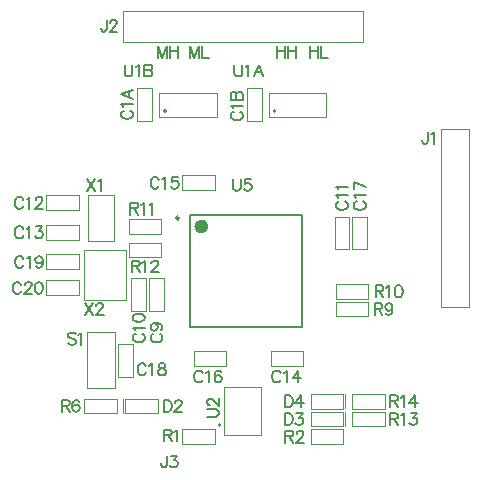
<source format=gto>
G04*
G04 #@! TF.GenerationSoftware,Altium Limited,Altium Designer,22.9.1 (49)*
G04*
G04 Layer_Color=65535*
%FSLAX44Y44*%
%MOMM*%
G71*
G04*
G04 #@! TF.SameCoordinates,024F3706-CBB7-462D-A25A-2E94323683B0*
G04*
G04*
G04 #@! TF.FilePolarity,Positive*
G04*
G01*
G75*
%ADD10C,0.2500*%
%ADD11C,0.6000*%
%ADD12C,0.2000*%
%ADD13C,0.1000*%
G54D10*
X151250Y277000D02*
G03*
X151250Y277000I-1250J0D01*
G01*
G54D11*
X173000Y270000D02*
G03*
X173000Y270000I-3000J0D01*
G01*
G54D12*
X232800Y367750D02*
G03*
X232800Y367750I-1000J0D01*
G01*
X140100D02*
G03*
X140100Y367750I-1000J0D01*
G01*
X186500Y102000D02*
G03*
X186500Y102000I-1000J0D01*
G01*
X160000Y185000D02*
Y280000D01*
X255000Y185000D02*
Y280000D01*
X160000D02*
X255000D01*
X160000Y185000D02*
X255000D01*
X262000Y422998D02*
Y413000D01*
X268665Y422998D02*
Y413000D01*
X262000Y418237D02*
X268665D01*
X271427Y422998D02*
Y413000D01*
X277140D01*
X234000Y422998D02*
Y413000D01*
X240665Y422998D02*
Y413000D01*
X234000Y418237D02*
X240665D01*
X243426Y422998D02*
Y413000D01*
X250092Y422998D02*
Y413000D01*
X243426Y418237D02*
X250092D01*
X160000Y422998D02*
Y413000D01*
Y422998D02*
X163809Y413000D01*
X167617Y422998D02*
X163809Y413000D01*
X167617Y422998D02*
Y413000D01*
X170474Y422998D02*
Y413000D01*
X176187D01*
X133000Y422998D02*
Y413000D01*
Y422998D02*
X136809Y413000D01*
X140617Y422998D02*
X136809Y413000D01*
X140617Y422998D02*
Y413000D01*
X143474Y422998D02*
Y413000D01*
X150139Y422998D02*
Y413000D01*
X143474Y418237D02*
X150139D01*
X140762Y75999D02*
Y68382D01*
X140286Y66953D01*
X139810Y66477D01*
X138858Y66001D01*
X137906D01*
X136954Y66477D01*
X136478Y66953D01*
X136002Y68382D01*
Y69334D01*
X144285Y75999D02*
X149522D01*
X146666Y72190D01*
X148094D01*
X149046Y71714D01*
X149522Y71238D01*
X149999Y69810D01*
Y68858D01*
X149522Y67429D01*
X148570Y66477D01*
X147142Y66001D01*
X145714D01*
X144285Y66477D01*
X143809Y66953D01*
X143333Y67906D01*
X89762Y444999D02*
Y437382D01*
X89286Y435953D01*
X88810Y435477D01*
X87858Y435001D01*
X86906D01*
X85954Y435477D01*
X85478Y435953D01*
X85001Y437382D01*
Y438334D01*
X92809Y442618D02*
Y443095D01*
X93285Y444047D01*
X93762Y444523D01*
X94714Y444999D01*
X96618D01*
X97570Y444523D01*
X98046Y444047D01*
X98522Y443095D01*
Y442142D01*
X98046Y441190D01*
X97094Y439762D01*
X92333Y435001D01*
X98998D01*
X111000Y240999D02*
Y231001D01*
Y240999D02*
X115285D01*
X116713Y240523D01*
X117189Y240047D01*
X117665Y239095D01*
Y238142D01*
X117189Y237190D01*
X116713Y236714D01*
X115285Y236238D01*
X111000D01*
X114333D02*
X117665Y231001D01*
X119903Y239095D02*
X120855Y239571D01*
X122283Y240999D01*
Y231001D01*
X127711Y238619D02*
Y239095D01*
X128187Y240047D01*
X128663Y240523D01*
X129615Y240999D01*
X131519D01*
X132472Y240523D01*
X132948Y240047D01*
X133424Y239095D01*
Y238142D01*
X132948Y237190D01*
X131995Y235762D01*
X127235Y231001D01*
X133900D01*
X110000Y289999D02*
Y280001D01*
Y289999D02*
X114285D01*
X115713Y289523D01*
X116189Y289047D01*
X116665Y288095D01*
Y287142D01*
X116189Y286190D01*
X115713Y285714D01*
X114285Y285238D01*
X110000D01*
X113333D02*
X116665Y280001D01*
X118903Y288095D02*
X119855Y288571D01*
X121283Y289999D01*
Y280001D01*
X126235Y288095D02*
X127187Y288571D01*
X128615Y289999D01*
Y280001D01*
X71669Y204999D02*
X78335Y195001D01*
Y204999D02*
X71669Y195001D01*
X81048Y202619D02*
Y203095D01*
X81524Y204047D01*
X82001Y204523D01*
X82953Y204999D01*
X84857D01*
X85809Y204523D01*
X86285Y204047D01*
X86761Y203095D01*
Y202142D01*
X86285Y201190D01*
X85333Y199762D01*
X80572Y195001D01*
X87237D01*
X73335Y309999D02*
X80001Y300001D01*
Y309999D02*
X73335Y300001D01*
X82238Y308095D02*
X83190Y308571D01*
X84619Y309999D01*
Y300001D01*
X196669Y309999D02*
Y302858D01*
X197146Y301429D01*
X198098Y300477D01*
X199526Y300001D01*
X200478D01*
X201906Y300477D01*
X202859Y301429D01*
X203335Y302858D01*
Y309999D01*
X211809D02*
X207048D01*
X206572Y305714D01*
X207048Y306190D01*
X208476Y306666D01*
X209905D01*
X211333Y306190D01*
X212285Y305238D01*
X212761Y303810D01*
Y302858D01*
X212285Y301429D01*
X211333Y300477D01*
X209905Y300001D01*
X208476D01*
X207048Y300477D01*
X206572Y300953D01*
X206096Y301905D01*
X175001Y108669D02*
X182142D01*
X183571Y109145D01*
X184523Y110098D01*
X184999Y111526D01*
Y112478D01*
X184523Y113906D01*
X183571Y114859D01*
X182142Y115335D01*
X175001D01*
X177381Y118572D02*
X176905D01*
X175953Y119048D01*
X175477Y119524D01*
X175001Y120476D01*
Y122381D01*
X175477Y123333D01*
X175953Y123809D01*
X176905Y124285D01*
X177858D01*
X178810Y123809D01*
X180238Y122857D01*
X184999Y118096D01*
Y124761D01*
X105000Y406999D02*
Y399858D01*
X105476Y398429D01*
X106428Y397477D01*
X107857Y397001D01*
X108809D01*
X110237Y397477D01*
X111189Y398429D01*
X111665Y399858D01*
Y406999D01*
X114426Y405095D02*
X115379Y405571D01*
X116807Y406999D01*
Y397001D01*
X121758Y406999D02*
Y397001D01*
Y406999D02*
X126043D01*
X127471Y406523D01*
X127947Y406047D01*
X128424Y405095D01*
Y404142D01*
X127947Y403190D01*
X127471Y402714D01*
X126043Y402238D01*
X121758D02*
X126043D01*
X127471Y401762D01*
X127947Y401286D01*
X128424Y400334D01*
Y398905D01*
X127947Y397953D01*
X127471Y397477D01*
X126043Y397001D01*
X121758D01*
X198000Y406999D02*
Y399858D01*
X198476Y398429D01*
X199428Y397477D01*
X200856Y397001D01*
X201809D01*
X203237Y397477D01*
X204189Y398429D01*
X204665Y399858D01*
Y406999D01*
X207426Y405095D02*
X208379Y405571D01*
X209807Y406999D01*
Y397001D01*
X222376D02*
X218567Y406999D01*
X214758Y397001D01*
X216187Y400334D02*
X220947D01*
X63665Y178571D02*
X62713Y179523D01*
X61285Y179999D01*
X59380D01*
X57952Y179523D01*
X57000Y178571D01*
Y177619D01*
X57476Y176666D01*
X57952Y176190D01*
X58904Y175714D01*
X61761Y174762D01*
X62713Y174286D01*
X63189Y173810D01*
X63665Y172858D01*
Y171429D01*
X62713Y170477D01*
X61285Y170001D01*
X59380D01*
X57952Y170477D01*
X57000Y171429D01*
X65903Y178095D02*
X66855Y178571D01*
X68283Y179999D01*
Y170001D01*
X330000Y126999D02*
Y117001D01*
Y126999D02*
X334285D01*
X335713Y126523D01*
X336189Y126047D01*
X336665Y125095D01*
Y124142D01*
X336189Y123190D01*
X335713Y122714D01*
X334285Y122238D01*
X330000D01*
X333333D02*
X336665Y117001D01*
X338903Y125095D02*
X339855Y125571D01*
X341283Y126999D01*
Y117001D01*
X350995Y126999D02*
X346235Y120334D01*
X353376D01*
X350995Y126999D02*
Y117001D01*
X330000Y111999D02*
Y102001D01*
Y111999D02*
X334285D01*
X335713Y111523D01*
X336189Y111047D01*
X336665Y110095D01*
Y109142D01*
X336189Y108190D01*
X335713Y107714D01*
X334285Y107238D01*
X330000D01*
X333333D02*
X336665Y102001D01*
X338903Y110095D02*
X339855Y110571D01*
X341283Y111999D01*
Y102001D01*
X347187Y111999D02*
X352424D01*
X349567Y108190D01*
X350995D01*
X351948Y107714D01*
X352424Y107238D01*
X352900Y105810D01*
Y104858D01*
X352424Y103429D01*
X351472Y102477D01*
X350043Y102001D01*
X348615D01*
X347187Y102477D01*
X346711Y102953D01*
X346235Y103905D01*
X317504Y219999D02*
Y210001D01*
Y219999D02*
X321789D01*
X323217Y219523D01*
X323693Y219047D01*
X324169Y218095D01*
Y217142D01*
X323693Y216190D01*
X323217Y215714D01*
X321789Y215238D01*
X317504D01*
X320837D02*
X324169Y210001D01*
X326407Y218095D02*
X327359Y218571D01*
X328787Y219999D01*
Y210001D01*
X336595Y219999D02*
X335167Y219523D01*
X334215Y218095D01*
X333739Y215714D01*
Y214286D01*
X334215Y211905D01*
X335167Y210477D01*
X336595Y210001D01*
X337547D01*
X338976Y210477D01*
X339928Y211905D01*
X340404Y214286D01*
Y215714D01*
X339928Y218095D01*
X338976Y219523D01*
X337547Y219999D01*
X336595D01*
X316669Y204999D02*
Y195001D01*
Y204999D02*
X320954D01*
X322382Y204523D01*
X322859Y204047D01*
X323335Y203095D01*
Y202142D01*
X322859Y201190D01*
X322382Y200714D01*
X320954Y200238D01*
X316669D01*
X320002D02*
X323335Y195001D01*
X331761Y201666D02*
X331285Y200238D01*
X330333Y199286D01*
X328905Y198810D01*
X328429D01*
X327001Y199286D01*
X326048Y200238D01*
X325572Y201666D01*
Y202142D01*
X326048Y203571D01*
X327001Y204523D01*
X328429Y204999D01*
X328905D01*
X330333Y204523D01*
X331285Y203571D01*
X331761Y201666D01*
Y199286D01*
X331285Y196905D01*
X330333Y195477D01*
X328905Y195001D01*
X327953D01*
X326524Y195477D01*
X326048Y196429D01*
X52000Y122999D02*
Y113001D01*
Y122999D02*
X56285D01*
X57713Y122523D01*
X58189Y122047D01*
X58665Y121095D01*
Y120142D01*
X58189Y119190D01*
X57713Y118714D01*
X56285Y118238D01*
X52000D01*
X55333D02*
X58665Y113001D01*
X66616Y121571D02*
X66140Y122523D01*
X64712Y122999D01*
X63759D01*
X62331Y122523D01*
X61379Y121095D01*
X60903Y118714D01*
Y116334D01*
X61379Y114429D01*
X62331Y113477D01*
X63759Y113001D01*
X64236D01*
X65664Y113477D01*
X66616Y114429D01*
X67092Y115858D01*
Y116334D01*
X66616Y117762D01*
X65664Y118714D01*
X64236Y119190D01*
X63759D01*
X62331Y118714D01*
X61379Y117762D01*
X60903Y116334D01*
X241216Y96999D02*
Y87001D01*
Y96999D02*
X245501D01*
X246929Y96523D01*
X247405Y96047D01*
X247881Y95095D01*
Y94142D01*
X247405Y93190D01*
X246929Y92714D01*
X245501Y92238D01*
X241216D01*
X244549D02*
X247881Y87001D01*
X250595Y94619D02*
Y95095D01*
X251071Y96047D01*
X251547Y96523D01*
X252499Y96999D01*
X254404D01*
X255356Y96523D01*
X255832Y96047D01*
X256308Y95095D01*
Y94142D01*
X255832Y93190D01*
X254880Y91762D01*
X250119Y87001D01*
X256784D01*
X138358Y97999D02*
Y88001D01*
Y97999D02*
X142643D01*
X144071Y97523D01*
X144548Y97047D01*
X145024Y96095D01*
Y95142D01*
X144548Y94190D01*
X144071Y93714D01*
X142643Y93238D01*
X138358D01*
X141691D02*
X145024Y88001D01*
X147261Y96095D02*
X148213Y96571D01*
X149642Y97999D01*
Y88001D01*
X361761Y349999D02*
Y342382D01*
X361285Y340953D01*
X360809Y340477D01*
X359856Y340001D01*
X358904D01*
X357952Y340477D01*
X357476Y340953D01*
X357000Y342382D01*
Y343334D01*
X364332Y348095D02*
X365284Y348571D01*
X366712Y349999D01*
Y340001D01*
X240669Y126999D02*
Y117001D01*
Y126999D02*
X244002D01*
X245430Y126523D01*
X246382Y125571D01*
X246859Y124619D01*
X247335Y123190D01*
Y120810D01*
X246859Y119382D01*
X246382Y118429D01*
X245430Y117477D01*
X244002Y117001D01*
X240669D01*
X254333Y126999D02*
X249572Y120334D01*
X256714D01*
X254333Y126999D02*
Y117001D01*
X240669Y111999D02*
Y102001D01*
Y111999D02*
X244002D01*
X245430Y111523D01*
X246382Y110571D01*
X246859Y109619D01*
X247335Y108190D01*
Y105810D01*
X246859Y104382D01*
X246382Y103429D01*
X245430Y102477D01*
X244002Y102001D01*
X240669D01*
X250524Y111999D02*
X255761D01*
X252905Y108190D01*
X254333D01*
X255285Y107714D01*
X255761Y107238D01*
X256237Y105810D01*
Y104858D01*
X255761Y103429D01*
X254809Y102477D01*
X253381Y102001D01*
X251953D01*
X250524Y102477D01*
X250048Y102953D01*
X249572Y103905D01*
X138216Y122999D02*
Y113001D01*
Y122999D02*
X141549D01*
X142977Y122523D01*
X143929Y121571D01*
X144405Y120618D01*
X144881Y119190D01*
Y116810D01*
X144405Y115381D01*
X143929Y114429D01*
X142977Y113477D01*
X141549Y113001D01*
X138216D01*
X147595Y120618D02*
Y121095D01*
X148071Y122047D01*
X148547Y122523D01*
X149499Y122999D01*
X151404D01*
X152356Y122523D01*
X152832Y122047D01*
X153308Y121095D01*
Y120142D01*
X152832Y119190D01*
X151880Y117762D01*
X147119Y113001D01*
X153784D01*
X17382Y220618D02*
X16906Y221571D01*
X15954Y222523D01*
X15002Y222999D01*
X13097D01*
X12145Y222523D01*
X11193Y221571D01*
X10717Y220618D01*
X10241Y219190D01*
Y216810D01*
X10717Y215382D01*
X11193Y214429D01*
X12145Y213477D01*
X13097Y213001D01*
X15002D01*
X15954Y213477D01*
X16906Y214429D01*
X17382Y215382D01*
X20667Y220618D02*
Y221095D01*
X21143Y222047D01*
X21619Y222523D01*
X22571Y222999D01*
X24476D01*
X25428Y222523D01*
X25904Y222047D01*
X26380Y221095D01*
Y220142D01*
X25904Y219190D01*
X24952Y217762D01*
X20191Y213001D01*
X26856D01*
X31951Y222999D02*
X30522Y222523D01*
X29570Y221095D01*
X29094Y218714D01*
Y217286D01*
X29570Y214905D01*
X30522Y213477D01*
X31951Y213001D01*
X32903D01*
X34331Y213477D01*
X35283Y214905D01*
X35759Y217286D01*
Y218714D01*
X35283Y221095D01*
X34331Y222523D01*
X32903Y222999D01*
X31951D01*
X19406Y242619D02*
X18930Y243571D01*
X17977Y244523D01*
X17025Y244999D01*
X15121D01*
X14169Y244523D01*
X13217Y243571D01*
X12740Y242619D01*
X12264Y241190D01*
Y238810D01*
X12740Y237381D01*
X13217Y236429D01*
X14169Y235477D01*
X15121Y235001D01*
X17025D01*
X17977Y235477D01*
X18930Y236429D01*
X19406Y237381D01*
X22215Y243095D02*
X23167Y243571D01*
X24595Y244999D01*
Y235001D01*
X35736Y241666D02*
X35259Y240238D01*
X34307Y239286D01*
X32879Y238810D01*
X32403D01*
X30975Y239286D01*
X30022Y240238D01*
X29546Y241666D01*
Y242142D01*
X30022Y243571D01*
X30975Y244523D01*
X32403Y244999D01*
X32879D01*
X34307Y244523D01*
X35259Y243571D01*
X35736Y241666D01*
Y239286D01*
X35259Y236905D01*
X34307Y235477D01*
X32879Y235001D01*
X31927D01*
X30499Y235477D01*
X30022Y236429D01*
X123168Y151618D02*
X122692Y152571D01*
X121740Y153523D01*
X120787Y153999D01*
X118883D01*
X117931Y153523D01*
X116979Y152571D01*
X116503Y151618D01*
X116026Y150190D01*
Y147810D01*
X116503Y146382D01*
X116979Y145429D01*
X117931Y144477D01*
X118883Y144001D01*
X120787D01*
X121740Y144477D01*
X122692Y145429D01*
X123168Y146382D01*
X125977Y152095D02*
X126929Y152571D01*
X128357Y153999D01*
Y144001D01*
X135689Y153999D02*
X134261Y153523D01*
X133785Y152571D01*
Y151618D01*
X134261Y150666D01*
X135213Y150190D01*
X137117Y149714D01*
X138545Y149238D01*
X139497Y148286D01*
X139974Y147334D01*
Y145905D01*
X139497Y144953D01*
X139022Y144477D01*
X137593Y144001D01*
X135689D01*
X134261Y144477D01*
X133785Y144953D01*
X133308Y145905D01*
Y147334D01*
X133785Y148286D01*
X134737Y149238D01*
X136165Y149714D01*
X138069Y150190D01*
X139022Y150666D01*
X139497Y151618D01*
Y152571D01*
X139022Y153523D01*
X137593Y153999D01*
X135689D01*
X301381Y291141D02*
X300429Y290665D01*
X299477Y289713D01*
X299001Y288761D01*
Y286856D01*
X299477Y285904D01*
X300429Y284952D01*
X301381Y284476D01*
X302810Y284000D01*
X305190D01*
X306618Y284476D01*
X307571Y284952D01*
X308523Y285904D01*
X308999Y286856D01*
Y288761D01*
X308523Y289713D01*
X307571Y290665D01*
X306618Y291141D01*
X300905Y293950D02*
X300429Y294902D01*
X299001Y296331D01*
X308999D01*
X299001Y307947D02*
X308999Y303186D01*
X299001Y301282D02*
Y307947D01*
X171141Y145618D02*
X170665Y146571D01*
X169713Y147523D01*
X168761Y147999D01*
X166856D01*
X165904Y147523D01*
X164952Y146571D01*
X164476Y145618D01*
X164000Y144190D01*
Y141810D01*
X164476Y140381D01*
X164952Y139429D01*
X165904Y138477D01*
X166856Y138001D01*
X168761D01*
X169713Y138477D01*
X170665Y139429D01*
X171141Y140381D01*
X173950Y146095D02*
X174902Y146571D01*
X176331Y147999D01*
Y138001D01*
X186995Y146571D02*
X186519Y147523D01*
X185091Y147999D01*
X184139D01*
X182710Y147523D01*
X181758Y146095D01*
X181282Y143714D01*
Y141334D01*
X181758Y139429D01*
X182710Y138477D01*
X184139Y138001D01*
X184615D01*
X186043Y138477D01*
X186995Y139429D01*
X187471Y140858D01*
Y141334D01*
X186995Y142762D01*
X186043Y143714D01*
X184615Y144190D01*
X184139D01*
X182710Y143714D01*
X181758Y142762D01*
X181282Y141334D01*
X134168Y309618D02*
X133692Y310571D01*
X132739Y311523D01*
X131787Y311999D01*
X129883D01*
X128931Y311523D01*
X127979Y310571D01*
X127502Y309618D01*
X127026Y308190D01*
Y305810D01*
X127502Y304382D01*
X127979Y303429D01*
X128931Y302477D01*
X129883Y302001D01*
X131787D01*
X132739Y302477D01*
X133692Y303429D01*
X134168Y304382D01*
X136977Y310095D02*
X137929Y310571D01*
X139357Y311999D01*
Y302001D01*
X150021Y311999D02*
X145261D01*
X144784Y307714D01*
X145261Y308190D01*
X146689Y308666D01*
X148117D01*
X149545Y308190D01*
X150498Y307238D01*
X150974Y305810D01*
Y304858D01*
X150498Y303429D01*
X149545Y302477D01*
X148117Y302001D01*
X146689D01*
X145261Y302477D01*
X144784Y302953D01*
X144308Y303905D01*
X237141Y145618D02*
X236665Y146571D01*
X235713Y147523D01*
X234761Y147999D01*
X232857D01*
X231904Y147523D01*
X230952Y146571D01*
X230476Y145618D01*
X230000Y144190D01*
Y141810D01*
X230476Y140381D01*
X230952Y139429D01*
X231904Y138477D01*
X232857Y138001D01*
X234761D01*
X235713Y138477D01*
X236665Y139429D01*
X237141Y140381D01*
X239950Y146095D02*
X240902Y146571D01*
X242331Y147999D01*
Y138001D01*
X252043Y147999D02*
X247282Y141334D01*
X254423D01*
X252043Y147999D02*
Y138001D01*
X19168Y267619D02*
X18692Y268571D01*
X17739Y269523D01*
X16787Y269999D01*
X14883D01*
X13931Y269523D01*
X12979Y268571D01*
X12502Y267619D01*
X12026Y266190D01*
Y263810D01*
X12502Y262381D01*
X12979Y261429D01*
X13931Y260477D01*
X14883Y260001D01*
X16787D01*
X17739Y260477D01*
X18692Y261429D01*
X19168Y262381D01*
X21977Y268095D02*
X22929Y268571D01*
X24357Y269999D01*
Y260001D01*
X30261Y269999D02*
X35498D01*
X32641Y266190D01*
X34069D01*
X35022Y265714D01*
X35498Y265238D01*
X35974Y263810D01*
Y262858D01*
X35498Y261429D01*
X34545Y260477D01*
X33117Y260001D01*
X31689D01*
X30261Y260477D01*
X29785Y260953D01*
X29308Y261905D01*
X19168Y292619D02*
X18692Y293571D01*
X17739Y294523D01*
X16787Y294999D01*
X14883D01*
X13931Y294523D01*
X12979Y293571D01*
X12502Y292619D01*
X12026Y291190D01*
Y288810D01*
X12502Y287381D01*
X12979Y286429D01*
X13931Y285477D01*
X14883Y285001D01*
X16787D01*
X17739Y285477D01*
X18692Y286429D01*
X19168Y287381D01*
X21977Y293095D02*
X22929Y293571D01*
X24357Y294999D01*
Y285001D01*
X29785Y292619D02*
Y293095D01*
X30261Y294047D01*
X30737Y294523D01*
X31689Y294999D01*
X33593D01*
X34545Y294523D01*
X35022Y294047D01*
X35498Y293095D01*
Y292142D01*
X35022Y291190D01*
X34069Y289762D01*
X29308Y285001D01*
X35974D01*
X286381Y291141D02*
X285429Y290665D01*
X284477Y289713D01*
X284001Y288761D01*
Y286857D01*
X284477Y285904D01*
X285429Y284952D01*
X286381Y284476D01*
X287810Y284000D01*
X290190D01*
X291618Y284476D01*
X292571Y284952D01*
X293523Y285904D01*
X293999Y286857D01*
Y288761D01*
X293523Y289713D01*
X292571Y290665D01*
X291618Y291141D01*
X285905Y293950D02*
X285429Y294902D01*
X284001Y296331D01*
X293999D01*
X285905Y301282D02*
X285429Y302234D01*
X284001Y303662D01*
X293999D01*
X114382Y179168D02*
X113429Y178692D01*
X112477Y177739D01*
X112001Y176787D01*
Y174883D01*
X112477Y173931D01*
X113429Y172978D01*
X114382Y172502D01*
X115810Y172026D01*
X118190D01*
X119619Y172502D01*
X120571Y172978D01*
X121523Y173931D01*
X121999Y174883D01*
Y176787D01*
X121523Y177739D01*
X120571Y178692D01*
X119619Y179168D01*
X113905Y181977D02*
X113429Y182929D01*
X112001Y184357D01*
X121999D01*
X112001Y192165D02*
X112477Y190737D01*
X113905Y189785D01*
X116286Y189308D01*
X117714D01*
X120095Y189785D01*
X121523Y190737D01*
X121999Y192165D01*
Y193117D01*
X121523Y194545D01*
X120095Y195497D01*
X117714Y195974D01*
X116286D01*
X113905Y195497D01*
X112477Y194545D01*
X112001Y193117D01*
Y192165D01*
X129382Y179072D02*
X128429Y178596D01*
X127477Y177643D01*
X127001Y176691D01*
Y174787D01*
X127477Y173835D01*
X128429Y172882D01*
X129382Y172406D01*
X130810Y171930D01*
X133190D01*
X134619Y172406D01*
X135571Y172882D01*
X136523Y173835D01*
X136999Y174787D01*
Y176691D01*
X136523Y177643D01*
X135571Y178596D01*
X134619Y179072D01*
X130334Y188070D02*
X131762Y187594D01*
X132714Y186642D01*
X133190Y185213D01*
Y184737D01*
X132714Y183309D01*
X131762Y182357D01*
X130334Y181881D01*
X129858D01*
X128429Y182357D01*
X127477Y183309D01*
X127001Y184737D01*
Y185213D01*
X127477Y186642D01*
X128429Y187594D01*
X130334Y188070D01*
X132714D01*
X135094Y187594D01*
X136523Y186642D01*
X136999Y185213D01*
Y184261D01*
X136523Y182833D01*
X135571Y182357D01*
X197381Y367141D02*
X196429Y366665D01*
X195477Y365713D01*
X195001Y364761D01*
Y362856D01*
X195477Y361904D01*
X196429Y360952D01*
X197381Y360476D01*
X198810Y360000D01*
X201190D01*
X202619Y360476D01*
X203571Y360952D01*
X204523Y361904D01*
X204999Y362856D01*
Y364761D01*
X204523Y365713D01*
X203571Y366665D01*
X202619Y367141D01*
X196905Y369950D02*
X196429Y370902D01*
X195001Y372331D01*
X204999D01*
X195001Y377282D02*
X204999D01*
X195001D02*
Y381567D01*
X195477Y382995D01*
X195953Y383471D01*
X196905Y383947D01*
X197858D01*
X198810Y383471D01*
X199286Y382995D01*
X199762Y381567D01*
Y377282D02*
Y381567D01*
X200238Y382995D01*
X200714Y383471D01*
X201666Y383947D01*
X203095D01*
X204047Y383471D01*
X204523Y382995D01*
X204999Y381567D01*
Y377282D01*
X104382Y368141D02*
X103429Y367665D01*
X102477Y366713D01*
X102001Y365761D01*
Y363857D01*
X102477Y362904D01*
X103429Y361952D01*
X104382Y361476D01*
X105810Y361000D01*
X108190D01*
X109618Y361476D01*
X110571Y361952D01*
X111523Y362904D01*
X111999Y363857D01*
Y365761D01*
X111523Y366713D01*
X110571Y367665D01*
X109618Y368141D01*
X103905Y370950D02*
X103429Y371902D01*
X102001Y373331D01*
X111999D01*
Y385899D02*
X102001Y382091D01*
X111999Y378282D01*
X108666Y379710D02*
Y384471D01*
G54D13*
X103400Y426300D02*
X306600D01*
X103400D02*
Y452000D01*
X306600Y426300D02*
Y452000D01*
X103400D02*
X306600D01*
X128250Y359350D02*
Y386850D01*
X115750Y359350D02*
Y386850D01*
X128250D01*
X115750Y359350D02*
X128250D01*
X208750D02*
X221250D01*
X208750Y386850D02*
X221250D01*
X208750Y359350D02*
Y386850D01*
X221250Y359350D02*
Y386850D01*
X226950Y362975D02*
X275750D01*
X226950Y383225D02*
X275750D01*
X226950Y362975D02*
Y383225D01*
X275750Y362975D02*
Y383225D01*
X134250Y362975D02*
X183050D01*
X134250Y383225D02*
X183050D01*
X134250Y362975D02*
Y383225D01*
X183050Y362975D02*
Y383225D01*
X153750Y85750D02*
Y98250D01*
X181250Y85750D02*
Y98250D01*
X153750D02*
X181250D01*
X153750Y85750D02*
X181250D01*
X125750Y226250D02*
X138250D01*
X125750Y198750D02*
X138250D01*
Y226250D01*
X125750Y198750D02*
Y226250D01*
X70750Y124250D02*
X98250D01*
X70750Y111750D02*
X98250D01*
X70750D02*
Y124250D01*
X98250Y111750D02*
Y124250D01*
X297750Y113250D02*
X325250D01*
X297750Y100750D02*
X325250D01*
X297750D02*
Y113250D01*
X325250Y100750D02*
Y113250D01*
X297750Y128250D02*
X325250D01*
X297750Y115750D02*
X325250D01*
X297750D02*
Y128250D01*
X325250Y115750D02*
Y128250D01*
X311250Y208750D02*
Y221250D01*
X283750Y208750D02*
Y221250D01*
Y208750D02*
X311250D01*
X283750Y221250D02*
X311250D01*
X110750Y226250D02*
X123250D01*
X110750Y198750D02*
X123250D01*
Y226250D01*
X110750Y198750D02*
Y226250D01*
X373000Y352800D02*
X397000D01*
X373000Y201800D02*
X397000D01*
X373000D02*
Y352800D01*
X397000Y201800D02*
Y352800D01*
X310250Y250750D02*
Y278250D01*
X297750Y250750D02*
Y278250D01*
X310250D01*
X297750Y250750D02*
X310250D01*
X295250D02*
Y278250D01*
X282750Y250750D02*
Y278250D01*
X295250D01*
X282750Y250750D02*
X295250D01*
X283750Y193750D02*
X311250D01*
X283750Y206250D02*
X311250D01*
Y193750D02*
Y206250D01*
X283750Y193750D02*
Y206250D01*
X292000Y101000D02*
Y113000D01*
X262750Y100750D02*
Y113250D01*
X290250Y100750D02*
Y113250D01*
X262750D02*
X290250D01*
X262750Y100750D02*
X290250D01*
X292000Y116000D02*
Y128000D01*
X262750Y115750D02*
Y128250D01*
X290250Y115750D02*
Y128250D01*
X262750D02*
X290250D01*
X262750Y115750D02*
X290250D01*
X105750Y124250D02*
X133250D01*
X105750Y111750D02*
X133250D01*
X105750D02*
Y124250D01*
X133250Y111750D02*
Y124250D01*
X104000Y112000D02*
Y124000D01*
X228750Y151750D02*
X256250D01*
X228750Y164250D02*
X256250D01*
Y151750D02*
Y164250D01*
X228750Y151750D02*
Y164250D01*
X189500Y93000D02*
X220500D01*
X189500Y134000D02*
X220500D01*
Y93000D02*
Y134000D01*
X189500Y93000D02*
Y134000D01*
X163750Y151750D02*
X191250D01*
X163750Y164250D02*
X191250D01*
Y151750D02*
Y164250D01*
X163750Y151750D02*
Y164250D01*
X106000Y208000D02*
Y250000D01*
X71000Y208000D02*
Y250000D01*
X106000D01*
X71000Y208000D02*
X106000D01*
X74000Y258000D02*
X96000D01*
X74000Y297000D02*
X96000D01*
X74000Y258000D02*
Y297000D01*
X96000Y258000D02*
Y297000D01*
X153750Y313250D02*
X181250D01*
X153750Y300750D02*
X181250D01*
X153750D02*
Y313250D01*
X181250Y300750D02*
Y313250D01*
X99750Y142750D02*
Y170250D01*
X112250Y142750D02*
Y170250D01*
X99750Y142750D02*
X112250D01*
X99750Y170250D02*
X112250D01*
X73000Y133000D02*
Y181000D01*
X97000Y133000D02*
Y181000D01*
X73000Y133000D02*
X97000D01*
X73000Y181000D02*
X97000D01*
X66250Y211750D02*
Y224250D01*
X38750Y211750D02*
Y224250D01*
Y211750D02*
X66250D01*
X38750Y224250D02*
X66250D01*
Y233750D02*
Y246250D01*
X38750Y233750D02*
Y246250D01*
Y233750D02*
X66250D01*
X38750Y246250D02*
X66250D01*
X38750Y258750D02*
X66250D01*
X38750Y271250D02*
X66250D01*
Y258750D02*
Y271250D01*
X38750Y258750D02*
Y271250D01*
Y283750D02*
X66250D01*
X38750Y296250D02*
X66250D01*
Y283750D02*
Y296250D01*
X38750Y283750D02*
Y296250D01*
X108750Y243750D02*
X136250D01*
X108750Y256250D02*
X136250D01*
Y243750D02*
Y256250D01*
X108750Y243750D02*
Y256250D01*
X136250Y263750D02*
Y276250D01*
X108750Y263750D02*
Y276250D01*
Y263750D02*
X136250D01*
X108750Y276250D02*
X136250D01*
X262750Y98250D02*
X290250D01*
X262750Y85750D02*
X290250D01*
X262750D02*
Y98250D01*
X290250Y85750D02*
Y98250D01*
M02*

</source>
